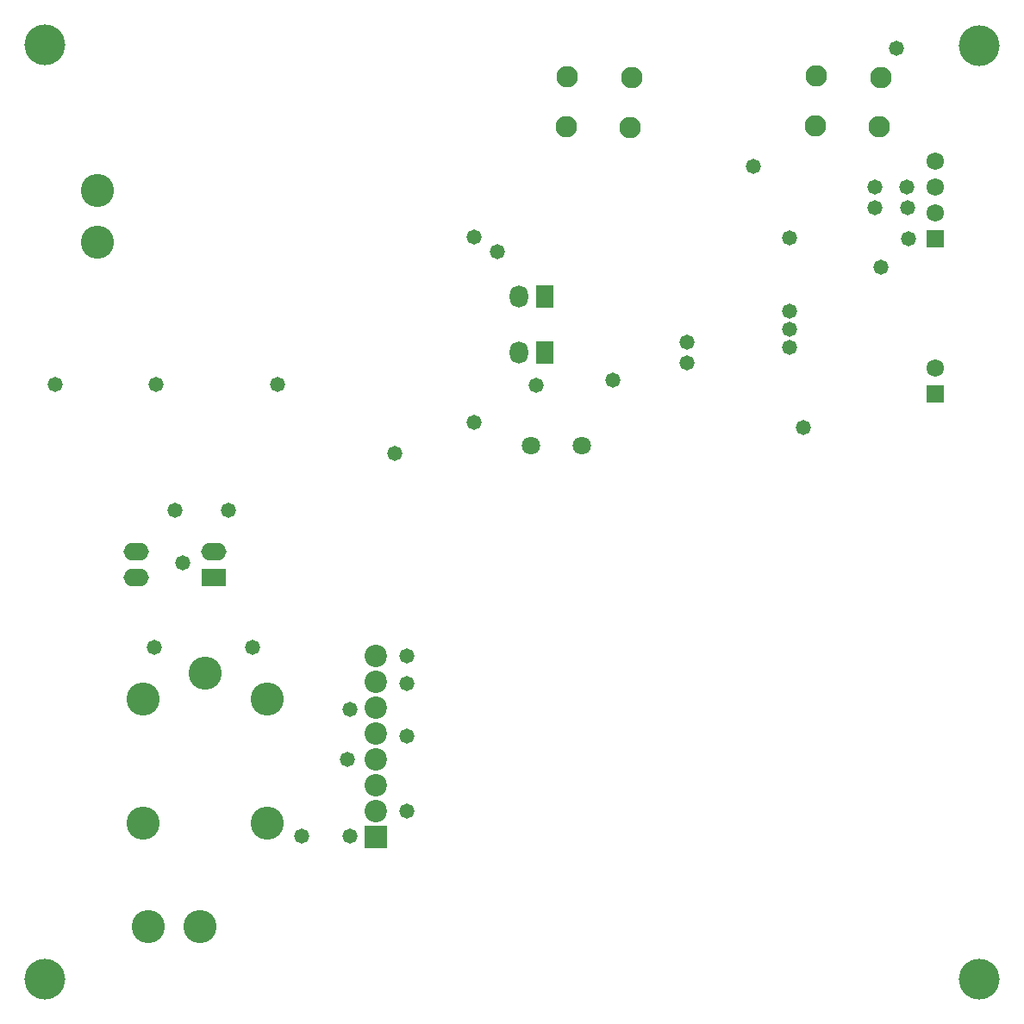
<source format=gbs>
G04*
G04 #@! TF.GenerationSoftware,Altium Limited,Altium Designer,24.1.2 (44)*
G04*
G04 Layer_Color=16711935*
%FSLAX43Y43*%
%MOMM*%
G71*
G04*
G04 #@! TF.SameCoordinates,54BEDA40-E342-42F5-ADC8-61CD6FAB378A*
G04*
G04*
G04 #@! TF.FilePolarity,Negative*
G04*
G01*
G75*
%ADD49R,2.200X2.200*%
%ADD50C,2.200*%
%ADD51R,1.803X2.203*%
%ADD52O,1.803X2.203*%
%ADD53C,2.108*%
%ADD54C,1.723*%
%ADD55R,1.723X1.723*%
%ADD56C,1.800*%
%ADD57C,3.251*%
%ADD58R,2.489X1.727*%
%ADD59O,2.489X1.727*%
%ADD60C,4.000*%
%ADD61C,1.473*%
D49*
X35052Y16510D02*
D03*
D50*
Y19050D02*
D03*
Y21590D02*
D03*
Y24130D02*
D03*
Y26670D02*
D03*
Y29210D02*
D03*
Y31750D02*
D03*
Y34290D02*
D03*
D51*
X51689Y69596D02*
D03*
Y64135D02*
D03*
D52*
X49149Y69596D02*
D03*
Y64135D02*
D03*
D53*
X60223Y91084D02*
D03*
X53772Y86309D02*
D03*
X53848Y91186D02*
D03*
X60071Y86233D02*
D03*
X84531Y86284D02*
D03*
X78308Y91237D02*
D03*
X78232Y86360D02*
D03*
X84684Y91135D02*
D03*
D54*
X90043Y82931D02*
D03*
Y80391D02*
D03*
Y77851D02*
D03*
Y62611D02*
D03*
D55*
Y75311D02*
D03*
Y60071D02*
D03*
D56*
X50332Y54991D02*
D03*
X55332D02*
D03*
D57*
X24384Y30099D02*
D03*
X12192Y17907D02*
D03*
X18288Y32639D02*
D03*
X24384Y17907D02*
D03*
X12192Y30099D02*
D03*
X17780Y7747D02*
D03*
X12700D02*
D03*
X7747Y74930D02*
D03*
Y80010D02*
D03*
D58*
X19177Y42037D02*
D03*
D59*
Y44577D02*
D03*
X11557D02*
D03*
Y42037D02*
D03*
D60*
X2540Y94361D02*
D03*
X94361Y94234D02*
D03*
Y2540D02*
D03*
X2540D02*
D03*
D61*
X46990Y74041D02*
D03*
X50812Y60845D02*
D03*
X27813Y16637D02*
D03*
X32512D02*
D03*
X36957Y54229D02*
D03*
X44704Y57277D02*
D03*
X65659Y65151D02*
D03*
Y63119D02*
D03*
X58322Y61370D02*
D03*
X72136Y82423D02*
D03*
X87376Y75311D02*
D03*
X3556Y60960D02*
D03*
X86233Y93980D02*
D03*
X25400Y60960D02*
D03*
X13462D02*
D03*
X44688Y75454D02*
D03*
X16129Y43434D02*
D03*
X32512Y29083D02*
D03*
X32258Y24130D02*
D03*
X75692Y68199D02*
D03*
Y66421D02*
D03*
X77089Y56769D02*
D03*
X38100Y26416D02*
D03*
Y19050D02*
D03*
Y31623D02*
D03*
Y34290D02*
D03*
X84709Y72517D02*
D03*
X75692Y64643D02*
D03*
X75721Y75340D02*
D03*
X20574Y48641D02*
D03*
X15367D02*
D03*
X22987Y35179D02*
D03*
X13335D02*
D03*
X84074Y78359D02*
D03*
Y80391D02*
D03*
X87271Y78359D02*
D03*
X87249Y80391D02*
D03*
M02*

</source>
